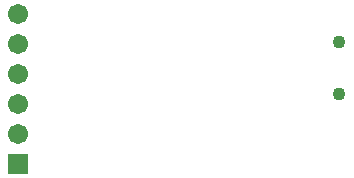
<source format=gbs>
G04 Layer_Color=16711935*
%FSLAX25Y25*%
%MOIN*%
G70*
G01*
G75*
%ADD49C,0.04343*%
%ADD50C,0.06706*%
%ADD51R,0.06706X0.06706*%
D49*
X127756Y53150D02*
D03*
Y35827D02*
D03*
D50*
X20866Y62598D02*
D03*
Y52598D02*
D03*
Y42598D02*
D03*
Y32598D02*
D03*
Y22598D02*
D03*
D51*
Y12598D02*
D03*
M02*

</source>
